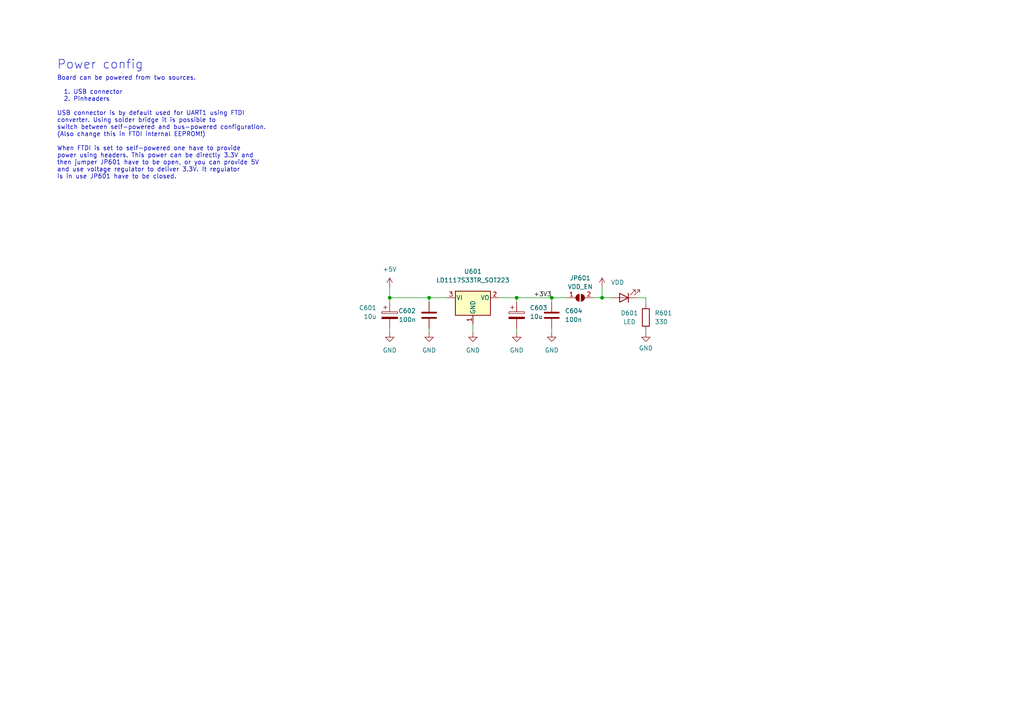
<source format=kicad_sch>
(kicad_sch (version 20231120) (generator "eeschema") (generator_version "8.0")
  (paper "A4")
  (title_block (date "2024-08-10") (rev "1.1"))
  (lib_symbols
    (symbol "Device:C" (pin_numbers hide) (pin_names (offset 0.254))
      (property "Reference" "C" (at 0.635 2.54 0))
      (property "Value" "C" (at 0.635 -2.54 0))
      (symbol "C_0_1"
        (polyline (pts (xy -2.032 -0.762) (xy 2.032 -0.762)) (stroke (width 0.508)))
        (polyline (pts (xy -2.032 0.762) (xy 2.032 0.762)) (stroke (width 0.508)))
      )
      (symbol "C_1_1"
        (pin passive line (at 0 3.81 270) (length 2.794) (name "~") (number "1"))
        (pin passive line (at 0 -3.81 90) (length 2.794) (name "~") (number "2"))
      )
    )
    (symbol "Device:C_Polarized" (pin_numbers hide) (pin_names (offset 0.254))
      (property "Reference" "C" (at 0.635 2.54 0))
      (property "Value" "C_Polarized" (at 0.635 -2.54 0))
      (symbol "C_Polarized_0_1"
        (rectangle (start -2.286 0.508) (end 2.286 1.016))
        (polyline (pts (xy -1.778 2.286) (xy -0.762 2.286)))
        (polyline (pts (xy -1.27 2.794) (xy -1.27 1.778)))
        (rectangle (start 2.286 -0.508) (end -2.286 -1.016) (fill (type outline)))
      )
      (symbol "C_Polarized_1_1"
        (pin passive line (at 0 3.81 270) (length 2.794) (name "~") (number "1"))
        (pin passive line (at 0 -3.81 90) (length 2.794) (name "~") (number "2"))
      )
    )
    (symbol "Device:LED" (pin_numbers hide) (pin_names (offset 1.016) hide)
      (property "Reference" "D" (at 0 2.54 0))
      (property "Value" "LED" (at 0 -2.54 0))
      (symbol "LED_0_1"
        (polyline (pts (xy -1.27 -1.27) (xy -1.27 1.27)) (stroke (width 0.254)))
        (polyline (pts (xy -1.27 0) (xy 1.27 0)))
        (polyline (pts (xy 1.27 -1.27) (xy 1.27 1.27) (xy -1.27 0) (xy 1.27 -1.27)) (stroke (width 0.254)))
        (polyline (pts (xy -3.048 -0.762) (xy -4.572 -2.286) (xy -3.81 -2.286) (xy -4.572 -2.286) (xy -4.572 -1.524)))
        (polyline (pts (xy -1.778 -0.762) (xy -3.302 -2.286) (xy -2.54 -2.286) (xy -3.302 -2.286) (xy -3.302 -1.524)))
      )
      (symbol "LED_1_1"
        (pin passive line (at -3.81 0 0) (length 2.54) (name "K") (number "1"))
        (pin passive line (at 3.81 0 180) (length 2.54) (name "A") (number "2"))
      )
    )
    (symbol "Device:R" (pin_numbers hide) (pin_names (offset 0))
      (property "Reference" "R" (at 2.032 0 90))
      (property "Value" "R" (at 0 0 90))
      (symbol "R_0_1"
        (rectangle (start -1.016 -2.54) (end 1.016 2.54) (stroke (width 0.254)))
      )
      (symbol "R_1_1"
        (pin passive line (at 0 3.81 270) (length 1.27) (name "~") (number "1"))
        (pin passive line (at 0 -3.81 90) (length 1.27) (name "~") (number "2"))
      )
    )
    (symbol "Jumper:SolderJumper_2_Open" (pin_names (offset 0) hide)
      (property "Reference" "JP" (at 0 2.032 0))
      (property "Value" "SolderJumper_2_Open" (at 0 -2.54 0))
      (symbol "SolderJumper_2_Open_0_1"
        (arc (start -0.254 1.016) (mid -1.2655 0) (end -0.254 -1.016))
        (arc (start -0.254 1.016) (mid -1.2655 0) (end -0.254 -1.016) (fill (type outline)))
        (polyline (pts (xy -0.254 1.016) (xy -0.254 -1.016)))
        (polyline (pts (xy 0.254 1.016) (xy 0.254 -1.016)))
        (arc (start 0.254 -1.016) (mid 1.2655 0) (end 0.254 1.016))
        (arc (start 0.254 -1.016) (mid 1.2655 0) (end 0.254 1.016) (fill (type outline)))
      )
      (symbol "SolderJumper_2_Open_1_1"
        (pin passive line (at -3.81 0 0) (length 2.54) (name "A") (number "1"))
        (pin passive line (at 3.81 0 180) (length 2.54) (name "B") (number "2"))
      )
    )
    (symbol "Regulator_Linear:LD1117S33TR_SOT223" (pin_names (offset 0.254))
      (property "Reference" "U" (at -3.81 3.175 0))
      (property "Value" "LD1117S33TR_SOT223" (at 0 3.175 0))
      (symbol "LD1117S33TR_SOT223_0_1"
        (rectangle (start -5.08 -5.08) (end 5.08 1.905) (stroke (width 0.254)) (fill (type background)))
      )
      (symbol "LD1117S33TR_SOT223_1_1"
        (pin power_in line (at 0 -7.62 90) (length 2.54) (name "GND") (number "1"))
        (pin power_out line (at 7.62 0 180) (length 2.54) (name "VO") (number "2"))
        (pin power_in line (at -7.62 0 0) (length 2.54) (name "VI") (number "3"))
      )
    )
    (symbol "power:+5V" (power) (pin_names (offset 0))
      (property "Value" "+5V" (at 0 3.556 0))
      (symbol "+5V_0_1"
        (polyline (pts (xy -0.762 1.27) (xy 0 2.54)))
        (polyline (pts (xy 0 0) (xy 0 2.54)))
        (polyline (pts (xy 0 2.54) (xy 0.762 1.27)))
      )
      (symbol "+5V_1_1"
        (pin power_in line (at 0 0 90) (length 0) hide (name "+5V") (number "1"))
      )
    )
    (symbol "power:GND" (power) (pin_names (offset 0))
      (property "Value" "GND" (at 0 -3.81 0))
      (symbol "GND_0_1"
        (polyline (pts (xy 0 0) (xy 0 -1.27) (xy 1.27 -1.27) (xy 0 -2.54) (xy -1.27 -1.27) (xy 0 -1.27)))
      )
      (symbol "GND_1_1"
        (pin power_in line (at 0 0 270) (length 0) hide (name "GND") (number "1"))
      )
    )
    (symbol "power:VDD" (power) (pin_names (offset 0))
      (property "Value" "VDD" (at 0 3.81 0))
      (symbol "VDD_0_1"
        (polyline (pts (xy -0.762 1.27) (xy 0 2.54)))
        (polyline (pts (xy 0 0) (xy 0 2.54)))
        (polyline (pts (xy 0 2.54) (xy 0.762 1.27)))
      )
      (symbol "VDD_1_1"
        (pin power_in line (at 0 0 90) (length 0) hide (name "VDD") (number "1"))
      )
    )
  )
  (junction (at 160.02 86.36))
  (junction (at 124.46 86.36))
  (junction (at 149.86 86.36))
  (junction (at 113.03 86.36))
  (junction (at 174.625 86.36))
  (wire (pts (xy 137.16 93.98) (xy 137.16 96.52)))
  (wire (pts (xy 113.03 95.25) (xy 113.03 96.52)))
  (wire (pts (xy 187.325 96.52) (xy 187.325 95.885)))
  (wire (pts (xy 160.02 95.25) (xy 160.02 96.5067)))
  (wire (pts (xy 160.02 86.36) (xy 160.02 87.63)))
  (wire (pts (xy 184.785 86.36) (xy 187.325 86.36)))
  (wire (pts (xy 174.625 83.185) (xy 174.625 86.36)))
  (wire (pts (xy 187.325 86.36) (xy 187.325 88.265)))
  (wire (pts (xy 149.86 95.25) (xy 149.86 96.52)))
  (wire (pts (xy 113.03 86.36) (xy 124.46 86.36)))
  (wire (pts (xy 129.54 86.36) (xy 124.46 86.36)))
  (wire (pts (xy 124.46 86.36) (xy 124.46 87.63)))
  (wire (pts (xy 124.46 95.25) (xy 124.46 96.52)))
  (wire (pts (xy 113.03 87.63) (xy 113.03 86.36)))
  (wire (pts (xy 144.78 86.36) (xy 149.86 86.36)))
  (wire (pts (xy 174.625 86.36) (xy 177.165 86.36)))
  (wire (pts (xy 172.085 86.36) (xy 174.625 86.36)))
  (wire (pts (xy 113.03 83.185) (xy 113.03 86.36)))
  (wire (pts (xy 149.86 86.36) (xy 149.86 87.63)))
  (wire (pts (xy 149.86 86.36) (xy 160.02 86.36)))
  (wire (pts (xy 160.02 86.36) (xy 164.465 86.36)))
  (text "Power config" (at 16.51 20.32 0) (effects (font (size 2.54 2.54)) (justify left bottom)))
  (text "Board can be powered from two sources.\n\n  1. USB connector\n  2. Pinheaders\n\nUSB connector is by default used for UART1 using FTDI \nconverter. Using solder bridge it is possible to \nswitch between self-powered and bus-powered configuration.\n(Also change this in FTDI internal EEPROM!)\n\nWhen FTDI is set to self-powered one have to provide\npower using headers. This power can be directly 3.3V and \nthen jumper JP601 have to be open, or you can provide 5V \nand use voltage regulator to deliver 3.3V. It regulator \nis in use JP601 have to be closed.\n" (at 16.51 52.07 0) (effects (font (size 1.27 1.27)) (justify left bottom)))
  (label "+3V3" (at 160.02 86.36 180))
  (symbol (lib_id "Device:C_Polarized") (at 149.86 91.44 0) (unit 1)
    (property "Reference" "C603" (at 153.67 89.2809 0) (effects (justify left)))
    (property "Value" "10u" (at 153.67 91.8209 0) (effects (justify left)))
    (property "Footprint" "Capacitor_Tantalum_SMD:CP_EIA-3216-18_Kemet-A_Pad1.58x1.35mm_HandSolder" (effects (hide yes)))
  )
  (symbol (lib_id "power:GND") (at 124.46 96.52 0) (unit 1)
    (property "Reference" "#PWR0603" (effects (hide yes)))
    (property "Value" "GND" (at 124.46 101.6 0))
  )
  (symbol (lib_id "Device:C") (at 124.46 91.44 0) (unit 1)
    (property "Reference" "C602" (at 120.65 90.1699 0) (effects (justify right)))
    (property "Value" "100n" (at 120.65 92.7099 0) (effects (justify right)))
    (property "Footprint" "Capacitor_SMD:C_0603_1608Metric_Pad1.08x0.95mm_HandSolder" (effects (hide yes)))
  )
  (symbol (lib_id "Device:LED") (at 180.975 86.36 180) (unit 1)
    (property "Reference" "D601" (at 182.5625 90.805 0))
    (property "Value" "LED" (at 182.5625 93.345 0))
    (property "Footprint" "LED_SMD:LED_1206_3216Metric_Pad1.42x1.75mm_HandSolder" (effects (hide yes)))
  )
  (symbol (lib_id "Regulator_Linear:LD1117S33TR_SOT223") (at 137.16 86.36 0) (unit 1)
    (property "Reference" "U601" (at 137.16 78.74 0))
    (property "Value" "LD1117S33TR_SOT223" (at 137.16 81.28 0))
    (property "Footprint" "Package_TO_SOT_SMD:SOT-223-3_TabPin2" (effects (hide yes)))
    (property "Datasheet" "http://www.st.com/st-web-ui/static/active/en/resource/technical/document/datasheet/CD00000544.pdf" (effects (hide yes)))
  )
  (symbol (lib_id "power:+5V") (at 113.03 83.185 0) (unit 1)
    (property "Reference" "#PWR0601" (effects (hide yes)))
    (property "Value" "+5V" (at 113.03 78.105 0))
  )
  (symbol (lib_id "power:GND") (at 113.03 96.52 0) (unit 1)
    (property "Reference" "#PWR0602" (effects (hide yes)))
    (property "Value" "GND" (at 113.03 101.6 0))
  )
  (symbol (lib_id "power:VDD") (at 174.625 83.185 0) (unit 1)
    (property "Reference" "#PWR0607" (effects (hide yes)))
    (property "Value" "VDD" (at 177.165 81.9149 0) (effects (justify left)))
  )
  (symbol (lib_id "power:GND") (at 160.02 96.5067 0) (unit 1)
    (property "Reference" "#PWR0606" (effects (hide yes)))
    (property "Value" "GND" (at 160.02 101.5867 0))
  )
  (symbol (lib_id "Device:R") (at 187.325 92.075 0) (unit 1)
    (property "Reference" "R601" (at 189.865 90.8049 0) (effects (justify left)))
    (property "Value" "330" (at 189.865 93.3449 0) (effects (justify left)))
    (property "Footprint" "Resistor_SMD:R_0603_1608Metric_Pad0.98x0.95mm_HandSolder" (effects (hide yes)))
  )
  (symbol (lib_id "power:GND") (at 149.86 96.52 0) (unit 1)
    (property "Reference" "#PWR0605" (effects (hide yes)))
    (property "Value" "GND" (at 149.86 101.6 0))
  )
  (symbol (lib_id "power:GND") (at 187.325 96.52 0) (unit 1)
    (property "Reference" "#PWR0608" (effects (hide yes)))
    (property "Value" "GND" (at 187.325 100.965 0))
  )
  (symbol (lib_id "Device:C") (at 160.02 91.44 0) (unit 1)
    (property "Reference" "C604" (at 163.83 90.1699 0) (effects (justify left)))
    (property "Value" "100n" (at 163.83 92.7099 0) (effects (justify left)))
    (property "Footprint" "Capacitor_SMD:C_0603_1608Metric_Pad1.08x0.95mm_HandSolder" (effects (hide yes)))
  )
  (symbol (lib_id "Jumper:SolderJumper_2_Open") (at 168.275 86.36 0) (unit 1)
    (property "Reference" "JP601" (at 168.275 80.645 0))
    (property "Value" "VDD_EN" (at 168.275 83.185 0))
    (property "Footprint" "Jumper:SolderJumper-2_P1.3mm_Open_RoundedPad1.0x1.5mm" (effects (hide yes)))
  )
  (symbol (lib_id "Device:C_Polarized") (at 113.03 91.44 0) (unit 1)
    (property "Reference" "C601" (at 109.22 89.2809 0) (effects (justify right)))
    (property "Value" "10u" (at 109.22 91.8209 0) (effects (justify right)))
    (property "Footprint" "Capacitor_Tantalum_SMD:CP_EIA-3216-18_Kemet-A_Pad1.58x1.35mm_HandSolder" (effects (hide yes)))
  )
  (symbol (lib_id "power:GND") (at 137.16 96.52 0) (unit 1)
    (property "Reference" "#PWR0604" (effects (hide yes)))
    (property "Value" "GND" (at 137.16 101.6 0))
  )
)
</source>
